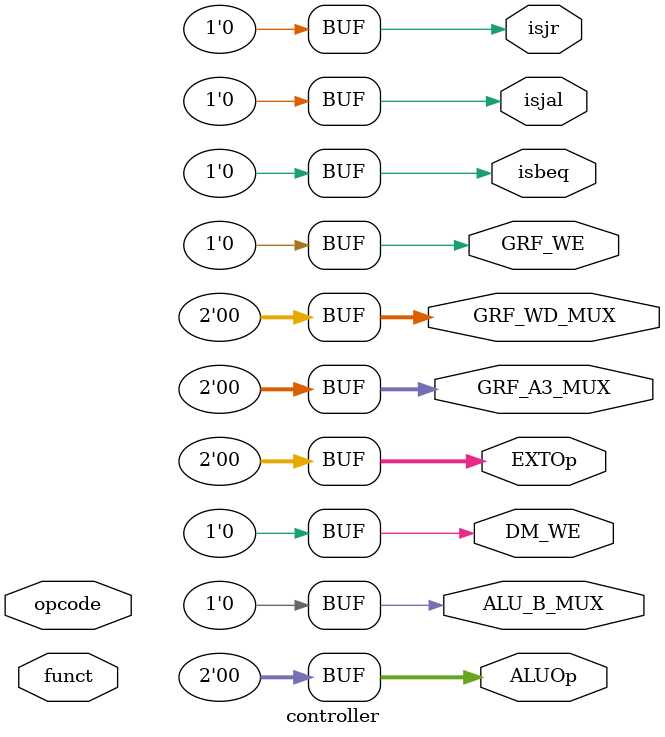
<source format=v>
`timescale 1ns / 1ps
module controller(input [5:0] opcode,
                  input [5:0] funct,
                  output isbeq,
                  output isjal,
                  output isjr,
                  output [1:0] GRF_A3_MUX,
                  output [1:0] GRF_WD_MUX,
                  output GRF_WE,
                  output ALU_B_MUX,
                  output [1:0] ALUOp,
                  output DM_WE,
                  output [1:0] EXTOp);

localparam R   = 6'b000000;
localparam ori = 6'b001101;
localparam lw  = 6'b100011;
localparam sw  = 6'b101011;
localparam beq = 6'b000100;
localparam lui = 6'b001111;
localparam jal = 6'b000011;

localparam addu = 6'b100001;
localparam subu = 6'b100011;
localparam jr   = 6'b001000;

always @(*) begin
    isbeq = 0;
    isjal = 0;
    isjr = 0;
    GRF_A3_MUX = 0;
    GRF_WD_MUX = 0;
    GRF_WE = 0;
    ALU_B_MUX = 0;
    ALUOp = 0;
    DM_WE = 0;
    EXTOp = 0;
    case(opcode)
        R: begin
            case (funct)
                addu: begin
					WE <= 1;
                end
                subu: begin

                end
                jr: begin

                end
                default: begin
                    isbeq <= 0;
                    isjal <= 0;
                    isjr <= 0;
                    GRF_A3_MUX <= 0;
                    GRF_WD_MUX <= 0;
                    GRF_WE <= 0;
                    ALU_B_MUX <= 0;
                    ALUOp <= 0;
                    DM_WE <= 0;
                    EXTOp <= 0;
                end
            endcase
        end






    endcase
end

endmodule

</source>
